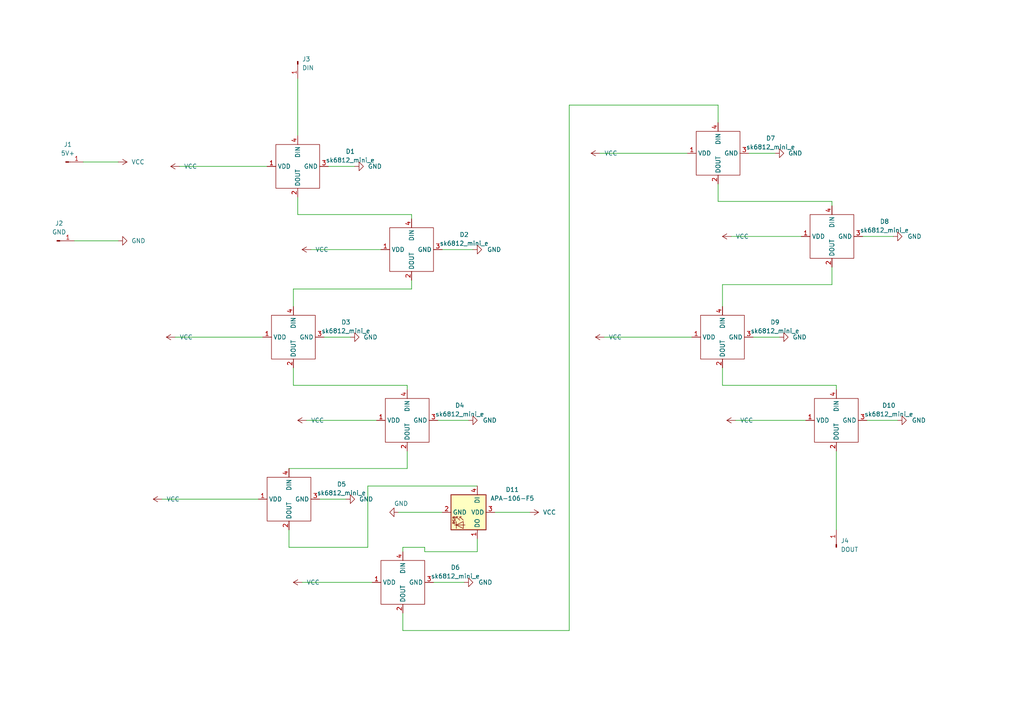
<source format=kicad_sch>
(kicad_sch (version 20211123) (generator eeschema)

  (uuid 31429d32-1bc8-431c-96da-3f0f0660f43c)

  (paper "A4")

  (title_block
    (title "LED Nixie Tube")
    (date "2022-09-18")
    (rev "v01")
    (comment 2 "creativecommons.org/licenses/by/4.0/")
    (comment 3 "License: CC BY 4.0")
    (comment 4 "Author: Desmond Lau")
  )

  (lib_symbols
    (symbol "Connector:Conn_01x01_Male" (pin_names (offset 1.016) hide) (in_bom yes) (on_board yes)
      (property "Reference" "J" (id 0) (at 0 2.54 0)
        (effects (font (size 1.27 1.27)))
      )
      (property "Value" "Conn_01x01_Male" (id 1) (at 0 -2.54 0)
        (effects (font (size 1.27 1.27)))
      )
      (property "Footprint" "" (id 2) (at 0 0 0)
        (effects (font (size 1.27 1.27)) hide)
      )
      (property "Datasheet" "~" (id 3) (at 0 0 0)
        (effects (font (size 1.27 1.27)) hide)
      )
      (property "ki_keywords" "connector" (id 4) (at 0 0 0)
        (effects (font (size 1.27 1.27)) hide)
      )
      (property "ki_description" "Generic connector, single row, 01x01, script generated (kicad-library-utils/schlib/autogen/connector/)" (id 5) (at 0 0 0)
        (effects (font (size 1.27 1.27)) hide)
      )
      (property "ki_fp_filters" "Connector*:*" (id 6) (at 0 0 0)
        (effects (font (size 1.27 1.27)) hide)
      )
      (symbol "Conn_01x01_Male_1_1"
        (polyline
          (pts
            (xy 1.27 0)
            (xy 0.8636 0)
          )
          (stroke (width 0.1524) (type default) (color 0 0 0 0))
          (fill (type none))
        )
        (rectangle (start 0.8636 0.127) (end 0 -0.127)
          (stroke (width 0.1524) (type default) (color 0 0 0 0))
          (fill (type outline))
        )
        (pin passive line (at 5.08 0 180) (length 3.81)
          (name "Pin_1" (effects (font (size 1.27 1.27))))
          (number "1" (effects (font (size 1.27 1.27))))
        )
      )
    )
    (symbol "LED:APA-106-F5" (in_bom yes) (on_board yes)
      (property "Reference" "D" (id 0) (at 5.08 5.715 0)
        (effects (font (size 1.27 1.27)) (justify right bottom))
      )
      (property "Value" "APA-106-F5" (id 1) (at 1.27 -5.715 0)
        (effects (font (size 1.27 1.27)) (justify left top))
      )
      (property "Footprint" "LED_THT:LED_D5.0mm-4_RGB" (id 2) (at 1.27 -7.62 0)
        (effects (font (size 1.27 1.27)) (justify left top) hide)
      )
      (property "Datasheet" "https://cdn.sparkfun.com/datasheets/Components/LED/COM-12877.pdf" (id 3) (at 2.54 -9.525 0)
        (effects (font (size 1.27 1.27)) (justify left top) hide)
      )
      (property "ki_keywords" "RGB LED addressable 8bit pwm 5bit greyscale" (id 4) (at 0 0 0)
        (effects (font (size 1.27 1.27)) hide)
      )
      (property "ki_description" "RGB LED with integrated controller, 5mm Package" (id 5) (at 0 0 0)
        (effects (font (size 1.27 1.27)) hide)
      )
      (property "ki_fp_filters" "LED*D5.0mm*RGB*" (id 6) (at 0 0 0)
        (effects (font (size 1.27 1.27)) hide)
      )
      (symbol "APA-106-F5_0_0"
        (text "RGB" (at 2.286 -4.191 0)
          (effects (font (size 0.762 0.762)))
        )
      )
      (symbol "APA-106-F5_0_1"
        (polyline
          (pts
            (xy 1.27 -3.556)
            (xy 1.778 -3.556)
          )
          (stroke (width 0) (type default) (color 0 0 0 0))
          (fill (type none))
        )
        (polyline
          (pts
            (xy 1.27 -2.54)
            (xy 1.778 -2.54)
          )
          (stroke (width 0) (type default) (color 0 0 0 0))
          (fill (type none))
        )
        (polyline
          (pts
            (xy 4.699 -3.556)
            (xy 2.667 -3.556)
          )
          (stroke (width 0) (type default) (color 0 0 0 0))
          (fill (type none))
        )
        (polyline
          (pts
            (xy 2.286 -2.54)
            (xy 1.27 -3.556)
            (xy 1.27 -3.048)
          )
          (stroke (width 0) (type default) (color 0 0 0 0))
          (fill (type none))
        )
        (polyline
          (pts
            (xy 2.286 -1.524)
            (xy 1.27 -2.54)
            (xy 1.27 -2.032)
          )
          (stroke (width 0) (type default) (color 0 0 0 0))
          (fill (type none))
        )
        (polyline
          (pts
            (xy 3.683 -1.016)
            (xy 3.683 -3.556)
            (xy 3.683 -4.064)
          )
          (stroke (width 0) (type default) (color 0 0 0 0))
          (fill (type none))
        )
        (polyline
          (pts
            (xy 4.699 -1.524)
            (xy 2.667 -1.524)
            (xy 3.683 -3.556)
            (xy 4.699 -1.524)
          )
          (stroke (width 0) (type default) (color 0 0 0 0))
          (fill (type none))
        )
        (rectangle (start 5.08 5.08) (end -5.08 -5.08)
          (stroke (width 0.254) (type default) (color 0 0 0 0))
          (fill (type background))
        )
      )
      (symbol "APA-106-F5_1_1"
        (pin output line (at 7.62 2.54 180) (length 2.54)
          (name "DO" (effects (font (size 1.27 1.27))))
          (number "1" (effects (font (size 1.27 1.27))))
        )
        (pin power_in line (at 0 -7.62 90) (length 2.54)
          (name "GND" (effects (font (size 1.27 1.27))))
          (number "2" (effects (font (size 1.27 1.27))))
        )
        (pin power_in line (at 0 7.62 270) (length 2.54)
          (name "VDD" (effects (font (size 1.27 1.27))))
          (number "3" (effects (font (size 1.27 1.27))))
        )
        (pin input line (at -7.62 2.54 0) (length 2.54)
          (name "DI" (effects (font (size 1.27 1.27))))
          (number "4" (effects (font (size 1.27 1.27))))
        )
      )
    )
    (symbol "power:GND" (power) (pin_names (offset 0)) (in_bom yes) (on_board yes)
      (property "Reference" "#PWR" (id 0) (at 0 -6.35 0)
        (effects (font (size 1.27 1.27)) hide)
      )
      (property "Value" "GND" (id 1) (at 0 -3.81 0)
        (effects (font (size 1.27 1.27)))
      )
      (property "Footprint" "" (id 2) (at 0 0 0)
        (effects (font (size 1.27 1.27)) hide)
      )
      (property "Datasheet" "" (id 3) (at 0 0 0)
        (effects (font (size 1.27 1.27)) hide)
      )
      (property "ki_keywords" "power-flag" (id 4) (at 0 0 0)
        (effects (font (size 1.27 1.27)) hide)
      )
      (property "ki_description" "Power symbol creates a global label with name \"GND\" , ground" (id 5) (at 0 0 0)
        (effects (font (size 1.27 1.27)) hide)
      )
      (symbol "GND_0_1"
        (polyline
          (pts
            (xy 0 0)
            (xy 0 -1.27)
            (xy 1.27 -1.27)
            (xy 0 -2.54)
            (xy -1.27 -1.27)
            (xy 0 -1.27)
          )
          (stroke (width 0) (type default) (color 0 0 0 0))
          (fill (type none))
        )
      )
      (symbol "GND_1_1"
        (pin power_in line (at 0 0 270) (length 0) hide
          (name "GND" (effects (font (size 1.27 1.27))))
          (number "1" (effects (font (size 1.27 1.27))))
        )
      )
    )
    (symbol "power:VCC" (power) (pin_names (offset 0)) (in_bom yes) (on_board yes)
      (property "Reference" "#PWR" (id 0) (at 0 -3.81 0)
        (effects (font (size 1.27 1.27)) hide)
      )
      (property "Value" "VCC" (id 1) (at 0 3.81 0)
        (effects (font (size 1.27 1.27)))
      )
      (property "Footprint" "" (id 2) (at 0 0 0)
        (effects (font (size 1.27 1.27)) hide)
      )
      (property "Datasheet" "" (id 3) (at 0 0 0)
        (effects (font (size 1.27 1.27)) hide)
      )
      (property "ki_keywords" "power-flag" (id 4) (at 0 0 0)
        (effects (font (size 1.27 1.27)) hide)
      )
      (property "ki_description" "Power symbol creates a global label with name \"VCC\"" (id 5) (at 0 0 0)
        (effects (font (size 1.27 1.27)) hide)
      )
      (symbol "VCC_0_1"
        (polyline
          (pts
            (xy -0.762 1.27)
            (xy 0 2.54)
          )
          (stroke (width 0) (type default) (color 0 0 0 0))
          (fill (type none))
        )
        (polyline
          (pts
            (xy 0 0)
            (xy 0 2.54)
          )
          (stroke (width 0) (type default) (color 0 0 0 0))
          (fill (type none))
        )
        (polyline
          (pts
            (xy 0 2.54)
            (xy 0.762 1.27)
          )
          (stroke (width 0) (type default) (color 0 0 0 0))
          (fill (type none))
        )
      )
      (symbol "VCC_1_1"
        (pin power_in line (at 0 0 90) (length 0) hide
          (name "VCC" (effects (font (size 1.27 1.27))))
          (number "1" (effects (font (size 1.27 1.27))))
        )
      )
    )
    (symbol "sk6812_mini_e:sk6812_mini_e" (in_bom yes) (on_board yes)
      (property "Reference" "D" (id 0) (at 10.16 -2.54 0)
        (effects (font (size 1.27 1.27)))
      )
      (property "Value" "sk6812_mini_e" (id 1) (at 25.4 -17.78 0)
        (effects (font (size 1.27 1.27)))
      )
      (property "Footprint" "Keebio-Parts:SK6812-MINI-E" (id 2) (at 0 0 0)
        (effects (font (size 1.27 1.27)) hide)
      )
      (property "Datasheet" "https://cdn-shop.adafruit.com/product-files/4960/4960_SK6812MINI-E_REV02_EN.pdf" (id 3) (at 2.54 10.16 0)
        (effects (font (size 1.27 1.27)) hide)
      )
      (symbol "sk6812_mini_e_0_1"
        (rectangle (start 10.16 -3.81) (end 22.86 -16.51)
          (stroke (width 0) (type default) (color 0 0 0 0))
          (fill (type none))
        )
      )
      (symbol "sk6812_mini_e_1_1"
        (pin power_in line (at 7.62 -10.16 0) (length 2.54)
          (name "VDD" (effects (font (size 1.27 1.27))))
          (number "1" (effects (font (size 1.27 1.27))))
        )
        (pin power_in line (at 16.51 -19.05 90) (length 2.54)
          (name "DOUT" (effects (font (size 1.27 1.27))))
          (number "2" (effects (font (size 1.27 1.27))))
        )
        (pin power_in line (at 25.4 -10.16 180) (length 2.54)
          (name "GND" (effects (font (size 1.27 1.27))))
          (number "3" (effects (font (size 1.27 1.27))))
        )
        (pin power_in line (at 16.51 -1.27 270) (length 2.54)
          (name "DIN" (effects (font (size 1.27 1.27))))
          (number "4" (effects (font (size 1.27 1.27))))
        )
      )
    )
  )


  (wire (pts (xy 119.38 83.82) (xy 85.09 83.82))
    (stroke (width 0) (type default) (color 0 0 0 0))
    (uuid 0012601e-058f-485f-b1b7-9eaa437e53cf)
  )
  (wire (pts (xy 90.17 72.39) (xy 110.49 72.39))
    (stroke (width 0) (type default) (color 0 0 0 0))
    (uuid 031e4b73-1f48-45bf-b4fe-85c1df6ba6e8)
  )
  (wire (pts (xy 241.3 58.42) (xy 241.3 59.69))
    (stroke (width 0) (type default) (color 0 0 0 0))
    (uuid 0393dbc9-dbe2-4ce7-a957-62dbbe371381)
  )
  (wire (pts (xy 21.59 69.85) (xy 34.29 69.85))
    (stroke (width 0) (type default) (color 0 0 0 0))
    (uuid 0a6e4a01-209b-49ce-b42c-8eee0cabc192)
  )
  (wire (pts (xy 115.57 148.59) (xy 128.27 148.59))
    (stroke (width 0) (type default) (color 0 0 0 0))
    (uuid 1122000e-d0d7-4136-bf44-4060ae36c899)
  )
  (wire (pts (xy 165.1 30.48) (xy 208.28 30.48))
    (stroke (width 0) (type default) (color 0 0 0 0))
    (uuid 116b38ed-7d86-4aca-ae95-8713e619feac)
  )
  (wire (pts (xy 250.19 68.58) (xy 259.08 68.58))
    (stroke (width 0) (type default) (color 0 0 0 0))
    (uuid 1512fb67-2f9f-4460-8b57-1bb65ec5ef59)
  )
  (wire (pts (xy 165.1 182.88) (xy 165.1 30.48))
    (stroke (width 0) (type default) (color 0 0 0 0))
    (uuid 17f628ea-a1c2-4cbb-9786-c439783bf6df)
  )
  (wire (pts (xy 52.07 48.26) (xy 77.47 48.26))
    (stroke (width 0) (type default) (color 0 0 0 0))
    (uuid 19627768-060c-42da-9b34-585ac91f0955)
  )
  (wire (pts (xy 118.11 135.89) (xy 83.82 135.89))
    (stroke (width 0) (type default) (color 0 0 0 0))
    (uuid 1e775c5d-1e5d-4780-9572-0583d013d7dc)
  )
  (wire (pts (xy 212.09 68.58) (xy 232.41 68.58))
    (stroke (width 0) (type default) (color 0 0 0 0))
    (uuid 1f7d510a-35f5-4a97-961b-09e96ccc0c1f)
  )
  (wire (pts (xy 116.84 158.75) (xy 116.84 160.02))
    (stroke (width 0) (type default) (color 0 0 0 0))
    (uuid 220036e7-9ee1-4c32-bb6f-12024af3a385)
  )
  (wire (pts (xy 106.68 158.75) (xy 106.68 140.97))
    (stroke (width 0) (type default) (color 0 0 0 0))
    (uuid 24ff1d02-800d-4a82-a7a9-029a5aaeb520)
  )
  (wire (pts (xy 128.27 72.39) (xy 137.16 72.39))
    (stroke (width 0) (type default) (color 0 0 0 0))
    (uuid 27321d6e-a280-44df-bc5f-46e90e948123)
  )
  (wire (pts (xy 118.11 111.76) (xy 118.11 113.03))
    (stroke (width 0) (type default) (color 0 0 0 0))
    (uuid 32d5fd01-8319-4615-a9d1-cf882e63cd1d)
  )
  (wire (pts (xy 173.99 44.45) (xy 199.39 44.45))
    (stroke (width 0) (type default) (color 0 0 0 0))
    (uuid 33cb3c35-9a16-41b4-979d-93051151ec14)
  )
  (wire (pts (xy 209.55 111.76) (xy 242.57 111.76))
    (stroke (width 0) (type default) (color 0 0 0 0))
    (uuid 37d1f90b-cb9a-453e-af64-a85ae3617707)
  )
  (wire (pts (xy 127 121.92) (xy 135.89 121.92))
    (stroke (width 0) (type default) (color 0 0 0 0))
    (uuid 3ea0d131-789a-476a-a116-b85654716789)
  )
  (wire (pts (xy 138.43 160.02) (xy 123.19 160.02))
    (stroke (width 0) (type default) (color 0 0 0 0))
    (uuid 3f44f38a-f7f2-4b8b-939b-fac2f5b6bb7f)
  )
  (wire (pts (xy 242.57 130.81) (xy 242.57 153.67))
    (stroke (width 0) (type default) (color 0 0 0 0))
    (uuid 43ed4998-1d72-4484-b6cc-e58155a5d3f1)
  )
  (wire (pts (xy 86.36 57.15) (xy 86.36 62.23))
    (stroke (width 0) (type default) (color 0 0 0 0))
    (uuid 47b81a71-7f14-4a31-bc7d-b1992a38222f)
  )
  (wire (pts (xy 87.63 168.91) (xy 107.95 168.91))
    (stroke (width 0) (type default) (color 0 0 0 0))
    (uuid 49f7d3c5-5925-4135-b324-cf0eba6d6623)
  )
  (wire (pts (xy 46.99 144.78) (xy 74.93 144.78))
    (stroke (width 0) (type default) (color 0 0 0 0))
    (uuid 503e051b-d0f5-4c4e-90df-fa8f2d1ca48a)
  )
  (wire (pts (xy 119.38 62.23) (xy 119.38 63.5))
    (stroke (width 0) (type default) (color 0 0 0 0))
    (uuid 589e0270-4938-4c16-a2c0-b65b5f5024ba)
  )
  (wire (pts (xy 92.71 144.78) (xy 100.33 144.78))
    (stroke (width 0) (type default) (color 0 0 0 0))
    (uuid 5d23d96d-75cd-4d64-984b-b5542f88f375)
  )
  (wire (pts (xy 24.13 46.99) (xy 34.29 46.99))
    (stroke (width 0) (type default) (color 0 0 0 0))
    (uuid 69bd40c3-b646-4b28-b574-13d1999d2bec)
  )
  (wire (pts (xy 209.55 82.55) (xy 241.3 82.55))
    (stroke (width 0) (type default) (color 0 0 0 0))
    (uuid 6a296789-6977-4112-998c-8545f5407b47)
  )
  (wire (pts (xy 251.46 121.92) (xy 260.35 121.92))
    (stroke (width 0) (type default) (color 0 0 0 0))
    (uuid 71025863-c025-4191-b479-ce2ad8832d39)
  )
  (wire (pts (xy 119.38 81.28) (xy 119.38 83.82))
    (stroke (width 0) (type default) (color 0 0 0 0))
    (uuid 72c5cd1b-1e88-4a0e-97f8-7990d1ae9247)
  )
  (wire (pts (xy 138.43 156.21) (xy 138.43 160.02))
    (stroke (width 0) (type default) (color 0 0 0 0))
    (uuid 77f51a0e-de6d-4fa6-a90f-637090d7a752)
  )
  (wire (pts (xy 85.09 106.68) (xy 85.09 111.76))
    (stroke (width 0) (type default) (color 0 0 0 0))
    (uuid 8349ce2f-7996-4d2e-b327-24f8ff7c73e3)
  )
  (wire (pts (xy 213.36 121.92) (xy 233.68 121.92))
    (stroke (width 0) (type default) (color 0 0 0 0))
    (uuid 85d9ca43-cf82-467c-a48a-8586bbcdee98)
  )
  (wire (pts (xy 85.09 111.76) (xy 118.11 111.76))
    (stroke (width 0) (type default) (color 0 0 0 0))
    (uuid 875ef845-c656-4d96-b873-cc477e75b7fe)
  )
  (wire (pts (xy 175.26 97.79) (xy 200.66 97.79))
    (stroke (width 0) (type default) (color 0 0 0 0))
    (uuid 88b53b51-1090-4119-9d98-01e1aa1ee632)
  )
  (wire (pts (xy 217.17 44.45) (xy 224.79 44.45))
    (stroke (width 0) (type default) (color 0 0 0 0))
    (uuid 8e5340cf-84f5-4ec8-9cc8-408b7d1ed983)
  )
  (wire (pts (xy 106.68 140.97) (xy 138.43 140.97))
    (stroke (width 0) (type default) (color 0 0 0 0))
    (uuid 917297a0-aa20-4ddb-980d-06861f06671c)
  )
  (wire (pts (xy 88.9 121.92) (xy 109.22 121.92))
    (stroke (width 0) (type default) (color 0 0 0 0))
    (uuid 9bd2af64-4d40-4865-ad91-ef828c618c99)
  )
  (wire (pts (xy 123.19 158.75) (xy 116.84 158.75))
    (stroke (width 0) (type default) (color 0 0 0 0))
    (uuid a50e7692-35f1-4fd6-a38b-af7db28aee45)
  )
  (wire (pts (xy 86.36 62.23) (xy 119.38 62.23))
    (stroke (width 0) (type default) (color 0 0 0 0))
    (uuid a686752a-28e5-4a1d-86b3-5b9ab6ed8674)
  )
  (wire (pts (xy 125.73 168.91) (xy 134.62 168.91))
    (stroke (width 0) (type default) (color 0 0 0 0))
    (uuid a95c490d-cfc8-4513-bc80-2c82fcf3bee7)
  )
  (wire (pts (xy 83.82 158.75) (xy 106.68 158.75))
    (stroke (width 0) (type default) (color 0 0 0 0))
    (uuid ad45535b-dab2-433b-af5f-d5aeb0627f0a)
  )
  (wire (pts (xy 208.28 53.34) (xy 208.28 58.42))
    (stroke (width 0) (type default) (color 0 0 0 0))
    (uuid ad5825fb-741c-4323-940f-d595c36824d3)
  )
  (wire (pts (xy 95.25 48.26) (xy 102.87 48.26))
    (stroke (width 0) (type default) (color 0 0 0 0))
    (uuid b55a0a22-3736-4be1-a371-27cb86e3d2cc)
  )
  (wire (pts (xy 242.57 111.76) (xy 242.57 113.03))
    (stroke (width 0) (type default) (color 0 0 0 0))
    (uuid b5b45c61-5efa-4dc9-8825-e8bc5c52acf3)
  )
  (wire (pts (xy 118.11 130.81) (xy 118.11 135.89))
    (stroke (width 0) (type default) (color 0 0 0 0))
    (uuid b73fe40e-e99c-4984-a340-7ecdec56de91)
  )
  (wire (pts (xy 86.36 22.86) (xy 86.36 39.37))
    (stroke (width 0) (type default) (color 0 0 0 0))
    (uuid baef8fbe-1db1-4701-b554-3bd27eff8f9e)
  )
  (wire (pts (xy 209.55 88.9) (xy 209.55 82.55))
    (stroke (width 0) (type default) (color 0 0 0 0))
    (uuid ca9fd80a-39f4-4bd5-bd16-e9e98b019fdf)
  )
  (wire (pts (xy 93.98 97.79) (xy 101.6 97.79))
    (stroke (width 0) (type default) (color 0 0 0 0))
    (uuid cc5296dc-e052-4729-812e-c4a530129462)
  )
  (wire (pts (xy 241.3 82.55) (xy 241.3 77.47))
    (stroke (width 0) (type default) (color 0 0 0 0))
    (uuid cd42eead-e917-4663-9079-16950151d0ff)
  )
  (wire (pts (xy 83.82 153.67) (xy 83.82 158.75))
    (stroke (width 0) (type default) (color 0 0 0 0))
    (uuid d005039e-fad3-4135-9bb8-ba178bb5f4b5)
  )
  (wire (pts (xy 116.84 177.8) (xy 116.84 182.88))
    (stroke (width 0) (type default) (color 0 0 0 0))
    (uuid d35b5694-2cbd-48e6-8fe2-7659b887bc14)
  )
  (wire (pts (xy 209.55 106.68) (xy 209.55 111.76))
    (stroke (width 0) (type default) (color 0 0 0 0))
    (uuid ddb3680d-9b25-4d97-b58a-571f885465fc)
  )
  (wire (pts (xy 208.28 58.42) (xy 241.3 58.42))
    (stroke (width 0) (type default) (color 0 0 0 0))
    (uuid e5623d73-b111-4656-9fd7-07a85ec9e145)
  )
  (wire (pts (xy 123.19 160.02) (xy 123.19 158.75))
    (stroke (width 0) (type default) (color 0 0 0 0))
    (uuid e7e74d4d-23f5-45ee-a5b8-ad3e30c45c57)
  )
  (wire (pts (xy 143.51 148.59) (xy 153.67 148.59))
    (stroke (width 0) (type default) (color 0 0 0 0))
    (uuid ed0a98b7-1431-4254-ac69-0cc47e8e7046)
  )
  (wire (pts (xy 208.28 30.48) (xy 208.28 35.56))
    (stroke (width 0) (type default) (color 0 0 0 0))
    (uuid ef1135b8-45ee-48a6-99b0-0e135d1dd88e)
  )
  (wire (pts (xy 85.09 83.82) (xy 85.09 88.9))
    (stroke (width 0) (type default) (color 0 0 0 0))
    (uuid f2409200-af08-4fc3-a33d-eb43e8eecd11)
  )
  (wire (pts (xy 116.84 182.88) (xy 165.1 182.88))
    (stroke (width 0) (type default) (color 0 0 0 0))
    (uuid f4c18992-9419-4eeb-bff7-c91a3397c9b9)
  )
  (wire (pts (xy 218.44 97.79) (xy 226.06 97.79))
    (stroke (width 0) (type default) (color 0 0 0 0))
    (uuid f5a7f08f-d391-48a1-bf30-b24e430f4b88)
  )
  (wire (pts (xy 50.8 97.79) (xy 76.2 97.79))
    (stroke (width 0) (type default) (color 0 0 0 0))
    (uuid ffde6c5e-d552-4e6a-8700-d8d8bd7abc62)
  )

  (symbol (lib_id "power:VCC") (at 213.36 121.92 90) (unit 1)
    (in_bom yes) (on_board yes) (fields_autoplaced)
    (uuid 0107134c-ca85-49a0-8453-642c6d1c4d9e)
    (property "Reference" "#PWR026" (id 0) (at 217.17 121.92 0)
      (effects (font (size 1.27 1.27)) hide)
    )
    (property "Value" "VCC" (id 1) (at 214.63 121.9199 90)
      (effects (font (size 1.27 1.27)) (justify right))
    )
    (property "Footprint" "" (id 2) (at 213.36 121.92 0)
      (effects (font (size 1.27 1.27)) hide)
    )
    (property "Datasheet" "" (id 3) (at 213.36 121.92 0)
      (effects (font (size 1.27 1.27)) hide)
    )
    (pin "1" (uuid 005ff834-e8be-4549-bdee-864676b63e1e))
  )

  (symbol (lib_id "Connector:Conn_01x01_Male") (at 16.51 69.85 0) (unit 1)
    (in_bom yes) (on_board yes) (fields_autoplaced)
    (uuid 06d1a8cb-1970-4efa-b564-9cd6a6a0ddf1)
    (property "Reference" "J2" (id 0) (at 17.145 64.77 0))
    (property "Value" "GND" (id 1) (at 17.145 67.31 0))
    (property "Footprint" "Connector_PinHeader_2.54mm:PinHeader_1x01_P2.54mm_Vertical" (id 2) (at 16.51 69.85 0)
      (effects (font (size 1.27 1.27)) hide)
    )
    (property "Datasheet" "~" (id 3) (at 16.51 69.85 0)
      (effects (font (size 1.27 1.27)) hide)
    )
    (pin "1" (uuid 88219acd-215f-498b-b204-3376c1752a1d))
  )

  (symbol (lib_id "power:VCC") (at 212.09 68.58 90) (unit 1)
    (in_bom yes) (on_board yes) (fields_autoplaced)
    (uuid 0affa8c3-9507-4dde-870e-1561b02e55ae)
    (property "Reference" "#PWR025" (id 0) (at 215.9 68.58 0)
      (effects (font (size 1.27 1.27)) hide)
    )
    (property "Value" "VCC" (id 1) (at 213.36 68.5799 90)
      (effects (font (size 1.27 1.27)) (justify right))
    )
    (property "Footprint" "" (id 2) (at 212.09 68.58 0)
      (effects (font (size 1.27 1.27)) hide)
    )
    (property "Datasheet" "" (id 3) (at 212.09 68.58 0)
      (effects (font (size 1.27 1.27)) hide)
    )
    (pin "1" (uuid c0649603-212e-4f84-9173-05a43ab89632))
  )

  (symbol (lib_id "power:GND") (at 226.06 97.79 90) (unit 1)
    (in_bom yes) (on_board yes) (fields_autoplaced)
    (uuid 0d6861b9-d32b-40f0-9337-8d046c53b4e2)
    (property "Reference" "#PWR029" (id 0) (at 232.41 97.79 0)
      (effects (font (size 1.27 1.27)) hide)
    )
    (property "Value" "GND" (id 1) (at 229.87 97.7899 90)
      (effects (font (size 1.27 1.27)) (justify right))
    )
    (property "Footprint" "" (id 2) (at 226.06 97.79 0)
      (effects (font (size 1.27 1.27)) hide)
    )
    (property "Datasheet" "" (id 3) (at 226.06 97.79 0)
      (effects (font (size 1.27 1.27)) hide)
    )
    (pin "1" (uuid fdfa7b43-8e81-40c1-a2b2-fa256b246235))
  )

  (symbol (lib_id "power:GND") (at 115.57 148.59 270) (unit 1)
    (in_bom yes) (on_board yes)
    (uuid 111cfaf1-11ce-4b27-83d7-d5603221c7a6)
    (property "Reference" "#PWR0101" (id 0) (at 109.22 148.59 0)
      (effects (font (size 1.27 1.27)) hide)
    )
    (property "Value" "GND" (id 1) (at 114.3 146.05 90)
      (effects (font (size 1.27 1.27)) (justify left))
    )
    (property "Footprint" "" (id 2) (at 115.57 148.59 0)
      (effects (font (size 1.27 1.27)) hide)
    )
    (property "Datasheet" "" (id 3) (at 115.57 148.59 0)
      (effects (font (size 1.27 1.27)) hide)
    )
    (pin "1" (uuid b117d5ab-e0e0-4e2c-aeca-c8e1c0647199))
  )

  (symbol (lib_id "power:VCC") (at 153.67 148.59 270) (unit 1)
    (in_bom yes) (on_board yes)
    (uuid 12a3501a-9f92-4b62-9152-e719702b815b)
    (property "Reference" "#PWR0102" (id 0) (at 149.86 148.59 0)
      (effects (font (size 1.27 1.27)) hide)
    )
    (property "Value" "VCC" (id 1) (at 161.29 148.59 90)
      (effects (font (size 1.27 1.27)) (justify right))
    )
    (property "Footprint" "" (id 2) (at 153.67 148.59 0)
      (effects (font (size 1.27 1.27)) hide)
    )
    (property "Datasheet" "" (id 3) (at 153.67 148.59 0)
      (effects (font (size 1.27 1.27)) hide)
    )
    (pin "1" (uuid efd34891-296e-4354-bc98-1b36213ced4b))
  )

  (symbol (lib_id "power:GND") (at 137.16 72.39 90) (unit 1)
    (in_bom yes) (on_board yes) (fields_autoplaced)
    (uuid 1449e0d8-2cf2-43c1-9a48-51098d888062)
    (property "Reference" "#PWR020" (id 0) (at 143.51 72.39 0)
      (effects (font (size 1.27 1.27)) hide)
    )
    (property "Value" "GND" (id 1) (at 141.2679 72.3899 90)
      (effects (font (size 1.27 1.27)) (justify right))
    )
    (property "Footprint" "" (id 2) (at 137.16 72.39 0)
      (effects (font (size 1.27 1.27)) hide)
    )
    (property "Datasheet" "" (id 3) (at 137.16 72.39 0)
      (effects (font (size 1.27 1.27)) hide)
    )
    (pin "1" (uuid 73e8d9ac-8882-4eab-a365-bcc2f2c3ab5c))
  )

  (symbol (lib_id "power:GND") (at 259.08 68.58 90) (unit 1)
    (in_bom yes) (on_board yes) (fields_autoplaced)
    (uuid 144e149c-ab93-439a-af5e-e22afb7dd196)
    (property "Reference" "#PWR033" (id 0) (at 265.43 68.58 0)
      (effects (font (size 1.27 1.27)) hide)
    )
    (property "Value" "GND" (id 1) (at 263.1879 68.5799 90)
      (effects (font (size 1.27 1.27)) (justify right))
    )
    (property "Footprint" "" (id 2) (at 259.08 68.58 0)
      (effects (font (size 1.27 1.27)) hide)
    )
    (property "Datasheet" "" (id 3) (at 259.08 68.58 0)
      (effects (font (size 1.27 1.27)) hide)
    )
    (pin "1" (uuid 02d51186-fa07-4a5a-96f0-041675d25f2f))
  )

  (symbol (lib_id "power:GND") (at 100.33 144.78 90) (unit 1)
    (in_bom yes) (on_board yes) (fields_autoplaced)
    (uuid 2ef2024c-e926-4a41-bbd1-2a5a00f6fafe)
    (property "Reference" "#PWR012" (id 0) (at 106.68 144.78 0)
      (effects (font (size 1.27 1.27)) hide)
    )
    (property "Value" "GND" (id 1) (at 104.14 144.7799 90)
      (effects (font (size 1.27 1.27)) (justify right))
    )
    (property "Footprint" "" (id 2) (at 100.33 144.78 0)
      (effects (font (size 1.27 1.27)) hide)
    )
    (property "Datasheet" "" (id 3) (at 100.33 144.78 0)
      (effects (font (size 1.27 1.27)) hide)
    )
    (pin "1" (uuid 4967d238-f796-495d-bb5d-d84a65fa43a0))
  )

  (symbol (lib_id "sk6812_mini_e:sk6812_mini_e") (at 102.87 62.23 0) (unit 1)
    (in_bom yes) (on_board yes) (fields_autoplaced)
    (uuid 30262e9a-db73-48f6-9a1b-a06e5492a36b)
    (property "Reference" "D2" (id 0) (at 134.62 68.0593 0))
    (property "Value" "sk6812_mini_e" (id 1) (at 134.62 70.5993 0))
    (property "Footprint" "Keebio-Parts:SK6812-MINI-E" (id 2) (at 102.87 62.23 0)
      (effects (font (size 1.27 1.27)) hide)
    )
    (property "Datasheet" "https://cdn-shop.adafruit.com/product-files/4960/4960_SK6812MINI-E_REV02_EN.pdf" (id 3) (at 105.41 52.07 0)
      (effects (font (size 1.27 1.27)) hide)
    )
    (pin "1" (uuid 2337438e-1488-4add-879d-7dac45483405))
    (pin "2" (uuid e5574123-bcce-4952-88d9-d4d7ff61410d))
    (pin "3" (uuid dfbdc1c1-20f0-4fff-a4bf-385c646ce136))
    (pin "4" (uuid 6f132c50-15a3-430b-a79a-c2b1eb1e357a))
  )

  (symbol (lib_id "Connector:Conn_01x01_Male") (at 86.36 17.78 270) (unit 1)
    (in_bom yes) (on_board yes) (fields_autoplaced)
    (uuid 4e699727-325f-4ec7-bed2-0c3d59180094)
    (property "Reference" "J3" (id 0) (at 87.63 17.1449 90)
      (effects (font (size 1.27 1.27)) (justify left))
    )
    (property "Value" "DIN" (id 1) (at 87.63 19.6849 90)
      (effects (font (size 1.27 1.27)) (justify left))
    )
    (property "Footprint" "Connector_PinHeader_2.54mm:PinHeader_1x01_P2.54mm_Vertical" (id 2) (at 86.36 17.78 0)
      (effects (font (size 1.27 1.27)) hide)
    )
    (property "Datasheet" "~" (id 3) (at 86.36 17.78 0)
      (effects (font (size 1.27 1.27)) hide)
    )
    (pin "1" (uuid 769069d9-a624-41f9-a9a2-781408001c0d))
  )

  (symbol (lib_id "power:VCC") (at 173.99 44.45 90) (unit 1)
    (in_bom yes) (on_board yes) (fields_autoplaced)
    (uuid 512d86b3-5312-4aff-b54c-73031f0a821b)
    (property "Reference" "#PWR021" (id 0) (at 177.8 44.45 0)
      (effects (font (size 1.27 1.27)) hide)
    )
    (property "Value" "VCC" (id 1) (at 175.26 44.4499 90)
      (effects (font (size 1.27 1.27)) (justify right))
    )
    (property "Footprint" "" (id 2) (at 173.99 44.45 0)
      (effects (font (size 1.27 1.27)) hide)
    )
    (property "Datasheet" "" (id 3) (at 173.99 44.45 0)
      (effects (font (size 1.27 1.27)) hide)
    )
    (pin "1" (uuid bc77eefc-9d8d-484f-971b-7d0094246b7c))
  )

  (symbol (lib_id "sk6812_mini_e:sk6812_mini_e") (at 100.33 158.75 0) (unit 1)
    (in_bom yes) (on_board yes) (fields_autoplaced)
    (uuid 5ff7101f-e07f-4a28-b9f8-687fb5e60946)
    (property "Reference" "D6" (id 0) (at 132.08 164.5793 0))
    (property "Value" "sk6812_mini_e" (id 1) (at 132.08 167.1193 0))
    (property "Footprint" "Keebio-Parts:SK6812-MINI-E" (id 2) (at 100.33 158.75 0)
      (effects (font (size 1.27 1.27)) hide)
    )
    (property "Datasheet" "https://cdn-shop.adafruit.com/product-files/4960/4960_SK6812MINI-E_REV02_EN.pdf" (id 3) (at 102.87 148.59 0)
      (effects (font (size 1.27 1.27)) hide)
    )
    (pin "1" (uuid 4613d057-a26b-4965-896b-1a16982a4566))
    (pin "2" (uuid 834d827a-1496-47f5-a3d5-4af89711cdbf))
    (pin "3" (uuid bdd07db7-a0f1-409e-9111-94ced8956e7c))
    (pin "4" (uuid b5bef94f-02da-49b0-8bef-2172675d8281))
  )

  (symbol (lib_id "sk6812_mini_e:sk6812_mini_e") (at 191.77 34.29 0) (unit 1)
    (in_bom yes) (on_board yes) (fields_autoplaced)
    (uuid 7fb5d73a-d0d1-428c-8b55-995c8089c33e)
    (property "Reference" "D7" (id 0) (at 223.52 40.1193 0))
    (property "Value" "sk6812_mini_e" (id 1) (at 223.52 42.6593 0))
    (property "Footprint" "Keebio-Parts:SK6812-MINI-E" (id 2) (at 191.77 34.29 0)
      (effects (font (size 1.27 1.27)) hide)
    )
    (property "Datasheet" "https://cdn-shop.adafruit.com/product-files/4960/4960_SK6812MINI-E_REV02_EN.pdf" (id 3) (at 194.31 24.13 0)
      (effects (font (size 1.27 1.27)) hide)
    )
    (pin "1" (uuid 18128795-9952-4e5e-bdbf-7fd7d77af3a5))
    (pin "2" (uuid 1080379b-8a49-4fed-904c-bdf365925cc4))
    (pin "3" (uuid b14005d5-5ae3-463c-a2d5-5d1345199579))
    (pin "4" (uuid de3ddd2d-12bd-4094-b464-099ea906c195))
  )

  (symbol (lib_id "power:VCC") (at 50.8 97.79 90) (unit 1)
    (in_bom yes) (on_board yes) (fields_autoplaced)
    (uuid 83e41fec-8d0f-4667-bf76-0b33af1e9f99)
    (property "Reference" "#PWR04" (id 0) (at 54.61 97.79 0)
      (effects (font (size 1.27 1.27)) hide)
    )
    (property "Value" "VCC" (id 1) (at 52.07 97.7899 90)
      (effects (font (size 1.27 1.27)) (justify right))
    )
    (property "Footprint" "" (id 2) (at 50.8 97.79 0)
      (effects (font (size 1.27 1.27)) hide)
    )
    (property "Datasheet" "" (id 3) (at 50.8 97.79 0)
      (effects (font (size 1.27 1.27)) hide)
    )
    (pin "1" (uuid 41fa65bb-61ea-4424-903b-5aa3db0ccf5e))
  )

  (symbol (lib_id "power:VCC") (at 90.17 72.39 90) (unit 1)
    (in_bom yes) (on_board yes) (fields_autoplaced)
    (uuid 88a32c89-f2c1-4b87-9049-66a16c6a4333)
    (property "Reference" "#PWR011" (id 0) (at 93.98 72.39 0)
      (effects (font (size 1.27 1.27)) hide)
    )
    (property "Value" "VCC" (id 1) (at 91.44 72.3899 90)
      (effects (font (size 1.27 1.27)) (justify right))
    )
    (property "Footprint" "" (id 2) (at 90.17 72.39 0)
      (effects (font (size 1.27 1.27)) hide)
    )
    (property "Datasheet" "" (id 3) (at 90.17 72.39 0)
      (effects (font (size 1.27 1.27)) hide)
    )
    (pin "1" (uuid 6f2ff5f7-29dd-4233-8fa4-0b39d56479f2))
  )

  (symbol (lib_id "power:VCC") (at 88.9 121.92 90) (unit 1)
    (in_bom yes) (on_board yes) (fields_autoplaced)
    (uuid 8de245a2-f3e4-452d-94ea-55190df608c8)
    (property "Reference" "#PWR010" (id 0) (at 92.71 121.92 0)
      (effects (font (size 1.27 1.27)) hide)
    )
    (property "Value" "VCC" (id 1) (at 90.17 121.9199 90)
      (effects (font (size 1.27 1.27)) (justify right))
    )
    (property "Footprint" "" (id 2) (at 88.9 121.92 0)
      (effects (font (size 1.27 1.27)) hide)
    )
    (property "Datasheet" "" (id 3) (at 88.9 121.92 0)
      (effects (font (size 1.27 1.27)) hide)
    )
    (pin "1" (uuid 22ed1509-9005-4d36-b3a5-03f1f5c9f90e))
  )

  (symbol (lib_id "sk6812_mini_e:sk6812_mini_e") (at 101.6 111.76 0) (unit 1)
    (in_bom yes) (on_board yes) (fields_autoplaced)
    (uuid 94ef1441-bfac-410f-8c21-168f7b45b809)
    (property "Reference" "D4" (id 0) (at 133.35 117.5893 0))
    (property "Value" "sk6812_mini_e" (id 1) (at 133.35 120.1293 0))
    (property "Footprint" "Keebio-Parts:SK6812-MINI-E" (id 2) (at 101.6 111.76 0)
      (effects (font (size 1.27 1.27)) hide)
    )
    (property "Datasheet" "https://cdn-shop.adafruit.com/product-files/4960/4960_SK6812MINI-E_REV02_EN.pdf" (id 3) (at 104.14 101.6 0)
      (effects (font (size 1.27 1.27)) hide)
    )
    (pin "1" (uuid a2324643-e7ed-4626-bce0-b709cbf77caa))
    (pin "2" (uuid ceae7f81-1a0e-4635-b4f6-dd983cc8dd56))
    (pin "3" (uuid f0669eef-9281-43e0-b6d6-3d970c92951c))
    (pin "4" (uuid ec8b3a03-6996-4c49-825d-e0af281f2772))
  )

  (symbol (lib_id "sk6812_mini_e:sk6812_mini_e") (at 224.79 58.42 0) (unit 1)
    (in_bom yes) (on_board yes) (fields_autoplaced)
    (uuid 9992a85e-4185-4c60-afdd-8e6d095eec57)
    (property "Reference" "D8" (id 0) (at 256.54 64.2493 0))
    (property "Value" "sk6812_mini_e" (id 1) (at 256.54 66.7893 0))
    (property "Footprint" "Keebio-Parts:SK6812-MINI-E" (id 2) (at 224.79 58.42 0)
      (effects (font (size 1.27 1.27)) hide)
    )
    (property "Datasheet" "https://cdn-shop.adafruit.com/product-files/4960/4960_SK6812MINI-E_REV02_EN.pdf" (id 3) (at 227.33 48.26 0)
      (effects (font (size 1.27 1.27)) hide)
    )
    (pin "1" (uuid 63ca2657-d9b0-416f-b701-55ef1ae2a2e9))
    (pin "2" (uuid 7ef3f774-3d78-44df-882f-87b286ec78e9))
    (pin "3" (uuid 0c9d02c2-4ad9-4e14-81c9-193ab2cd6f65))
    (pin "4" (uuid ef0e3dbe-5782-496d-a1a6-dbd1a8fd647e))
  )

  (symbol (lib_id "power:GND") (at 135.89 121.92 90) (unit 1)
    (in_bom yes) (on_board yes) (fields_autoplaced)
    (uuid a88e801a-c288-417d-b7ca-489316e4b81e)
    (property "Reference" "#PWR019" (id 0) (at 142.24 121.92 0)
      (effects (font (size 1.27 1.27)) hide)
    )
    (property "Value" "GND" (id 1) (at 139.9979 121.9199 90)
      (effects (font (size 1.27 1.27)) (justify right))
    )
    (property "Footprint" "" (id 2) (at 135.89 121.92 0)
      (effects (font (size 1.27 1.27)) hide)
    )
    (property "Datasheet" "" (id 3) (at 135.89 121.92 0)
      (effects (font (size 1.27 1.27)) hide)
    )
    (pin "1" (uuid bcb111e5-fea0-428f-a4c0-beb2b4b76a39))
  )

  (symbol (lib_id "power:VCC") (at 46.99 144.78 90) (unit 1)
    (in_bom yes) (on_board yes) (fields_autoplaced)
    (uuid ad9939a3-fbfb-4863-8148-09a4dfddb510)
    (property "Reference" "#PWR03" (id 0) (at 50.8 144.78 0)
      (effects (font (size 1.27 1.27)) hide)
    )
    (property "Value" "VCC" (id 1) (at 48.26 144.7799 90)
      (effects (font (size 1.27 1.27)) (justify right))
    )
    (property "Footprint" "" (id 2) (at 46.99 144.78 0)
      (effects (font (size 1.27 1.27)) hide)
    )
    (property "Datasheet" "" (id 3) (at 46.99 144.78 0)
      (effects (font (size 1.27 1.27)) hide)
    )
    (pin "1" (uuid 2403d1cc-0159-4d64-9dd3-dab4f5cb2aae))
  )

  (symbol (lib_id "sk6812_mini_e:sk6812_mini_e") (at 226.06 111.76 0) (unit 1)
    (in_bom yes) (on_board yes) (fields_autoplaced)
    (uuid b5ef16bd-804d-4256-8b7d-8dd2a7594e60)
    (property "Reference" "D10" (id 0) (at 257.81 117.5893 0))
    (property "Value" "sk6812_mini_e" (id 1) (at 257.81 120.1293 0))
    (property "Footprint" "Keebio-Parts:SK6812-MINI-E" (id 2) (at 226.06 111.76 0)
      (effects (font (size 1.27 1.27)) hide)
    )
    (property "Datasheet" "https://cdn-shop.adafruit.com/product-files/4960/4960_SK6812MINI-E_REV02_EN.pdf" (id 3) (at 228.6 101.6 0)
      (effects (font (size 1.27 1.27)) hide)
    )
    (pin "1" (uuid 7f2d37b4-6834-4720-ac34-db86f634476a))
    (pin "2" (uuid ec5ceb2a-0d04-47cf-bcfd-bcde8e03d279))
    (pin "3" (uuid 0871d024-4fa7-47a9-9bba-7f8699e5be5c))
    (pin "4" (uuid 4afefbe8-c432-45bd-98fe-7ea05e60b637))
  )

  (symbol (lib_id "sk6812_mini_e:sk6812_mini_e") (at 193.04 87.63 0) (unit 1)
    (in_bom yes) (on_board yes) (fields_autoplaced)
    (uuid ba4f5ea1-0763-4ef1-8d13-995b67c49ae3)
    (property "Reference" "D9" (id 0) (at 224.79 93.4593 0))
    (property "Value" "sk6812_mini_e" (id 1) (at 224.79 95.9993 0))
    (property "Footprint" "Keebio-Parts:SK6812-MINI-E" (id 2) (at 193.04 87.63 0)
      (effects (font (size 1.27 1.27)) hide)
    )
    (property "Datasheet" "https://cdn-shop.adafruit.com/product-files/4960/4960_SK6812MINI-E_REV02_EN.pdf" (id 3) (at 195.58 77.47 0)
      (effects (font (size 1.27 1.27)) hide)
    )
    (pin "1" (uuid 8141d448-429a-4fd5-83c6-e56ea05e20c4))
    (pin "2" (uuid 4d411bcc-f54e-40c2-a866-740ab43ea8d2))
    (pin "3" (uuid e51fbbaf-4091-404b-aeb8-1ccc68d2d107))
    (pin "4" (uuid 011ff262-528e-408d-8929-608ce4ab8c1c))
  )

  (symbol (lib_id "power:VCC") (at 87.63 168.91 90) (unit 1)
    (in_bom yes) (on_board yes) (fields_autoplaced)
    (uuid bf3b367d-3c99-4b04-bf50-15da8c354c0a)
    (property "Reference" "#PWR09" (id 0) (at 91.44 168.91 0)
      (effects (font (size 1.27 1.27)) hide)
    )
    (property "Value" "VCC" (id 1) (at 88.9 168.9099 90)
      (effects (font (size 1.27 1.27)) (justify right))
    )
    (property "Footprint" "" (id 2) (at 87.63 168.91 0)
      (effects (font (size 1.27 1.27)) hide)
    )
    (property "Datasheet" "" (id 3) (at 87.63 168.91 0)
      (effects (font (size 1.27 1.27)) hide)
    )
    (pin "1" (uuid ccfe35eb-0862-4ed4-b58c-cdb459b88967))
  )

  (symbol (lib_id "power:VCC") (at 52.07 48.26 90) (unit 1)
    (in_bom yes) (on_board yes) (fields_autoplaced)
    (uuid c219a3dd-d50f-40b5-b3c2-1c62ebddfc03)
    (property "Reference" "#PWR05" (id 0) (at 55.88 48.26 0)
      (effects (font (size 1.27 1.27)) hide)
    )
    (property "Value" "VCC" (id 1) (at 53.34 48.2599 90)
      (effects (font (size 1.27 1.27)) (justify right))
    )
    (property "Footprint" "" (id 2) (at 52.07 48.26 0)
      (effects (font (size 1.27 1.27)) hide)
    )
    (property "Datasheet" "" (id 3) (at 52.07 48.26 0)
      (effects (font (size 1.27 1.27)) hide)
    )
    (pin "1" (uuid c8e1d030-a692-46b5-a372-9d4c62f1116f))
  )

  (symbol (lib_id "LED:APA-106-F5") (at 135.89 148.59 270) (unit 1)
    (in_bom yes) (on_board yes) (fields_autoplaced)
    (uuid ccc424d6-eb63-45a4-a241-fd9ec3788104)
    (property "Reference" "D11" (id 0) (at 148.59 142.0112 90))
    (property "Value" "APA-106-F5" (id 1) (at 148.59 144.5512 90))
    (property "Footprint" "LED_THT:LED_D5.0mm-4_RGB" (id 2) (at 128.27 149.86 0)
      (effects (font (size 1.27 1.27)) (justify left top) hide)
    )
    (property "Datasheet" "https://cdn.sparkfun.com/datasheets/Components/LED/COM-12877.pdf" (id 3) (at 126.365 151.13 0)
      (effects (font (size 1.27 1.27)) (justify left top) hide)
    )
    (pin "1" (uuid 750f5ab7-0670-48da-aa8d-244deebb7d90))
    (pin "2" (uuid 00434696-e231-4ed3-8267-45ee8b263428))
    (pin "3" (uuid 5ad2a762-2769-41d7-b233-58e751f04e8e))
    (pin "4" (uuid 122d1d77-9144-4158-a548-ce4271721058))
  )

  (symbol (lib_id "power:GND") (at 34.29 69.85 90) (unit 1)
    (in_bom yes) (on_board yes) (fields_autoplaced)
    (uuid ce619912-e4f9-4451-b23c-8b461dec0b0c)
    (property "Reference" "#PWR02" (id 0) (at 40.64 69.85 0)
      (effects (font (size 1.27 1.27)) hide)
    )
    (property "Value" "GND" (id 1) (at 38.1 69.8499 90)
      (effects (font (size 1.27 1.27)) (justify right))
    )
    (property "Footprint" "" (id 2) (at 34.29 69.85 0)
      (effects (font (size 1.27 1.27)) hide)
    )
    (property "Datasheet" "" (id 3) (at 34.29 69.85 0)
      (effects (font (size 1.27 1.27)) hide)
    )
    (pin "1" (uuid a27f89ed-7b3e-4113-837c-f4dc477e2dd2))
  )

  (symbol (lib_id "power:GND") (at 260.35 121.92 90) (unit 1)
    (in_bom yes) (on_board yes) (fields_autoplaced)
    (uuid d46265e8-bad1-4988-b531-e6d1cd8576fd)
    (property "Reference" "#PWR034" (id 0) (at 266.7 121.92 0)
      (effects (font (size 1.27 1.27)) hide)
    )
    (property "Value" "GND" (id 1) (at 264.4579 121.9199 90)
      (effects (font (size 1.27 1.27)) (justify right))
    )
    (property "Footprint" "" (id 2) (at 260.35 121.92 0)
      (effects (font (size 1.27 1.27)) hide)
    )
    (property "Datasheet" "" (id 3) (at 260.35 121.92 0)
      (effects (font (size 1.27 1.27)) hide)
    )
    (pin "1" (uuid bddb449d-e323-4ac5-820c-fa903d5d1474))
  )

  (symbol (lib_id "Connector:Conn_01x01_Male") (at 19.05 46.99 0) (unit 1)
    (in_bom yes) (on_board yes) (fields_autoplaced)
    (uuid d62f452e-6280-41c4-abd7-a81fbcdf0ad8)
    (property "Reference" "J1" (id 0) (at 19.685 41.91 0))
    (property "Value" "5V+" (id 1) (at 19.685 44.45 0))
    (property "Footprint" "Connector_PinHeader_2.54mm:PinHeader_1x01_P2.54mm_Vertical" (id 2) (at 19.05 46.99 0)
      (effects (font (size 1.27 1.27)) hide)
    )
    (property "Datasheet" "~" (id 3) (at 19.05 46.99 0)
      (effects (font (size 1.27 1.27)) hide)
    )
    (pin "1" (uuid 69bc337d-eefc-4f81-ba72-17dca6d68c1f))
  )

  (symbol (lib_id "power:GND") (at 134.62 168.91 90) (unit 1)
    (in_bom yes) (on_board yes) (fields_autoplaced)
    (uuid db51746e-493b-460d-ba15-1c7a355a5c4f)
    (property "Reference" "#PWR018" (id 0) (at 140.97 168.91 0)
      (effects (font (size 1.27 1.27)) hide)
    )
    (property "Value" "GND" (id 1) (at 138.7279 168.9099 90)
      (effects (font (size 1.27 1.27)) (justify right))
    )
    (property "Footprint" "" (id 2) (at 134.62 168.91 0)
      (effects (font (size 1.27 1.27)) hide)
    )
    (property "Datasheet" "" (id 3) (at 134.62 168.91 0)
      (effects (font (size 1.27 1.27)) hide)
    )
    (pin "1" (uuid 09813621-2ccd-4db2-a3b9-3b768c8a47a8))
  )

  (symbol (lib_id "power:VCC") (at 175.26 97.79 90) (unit 1)
    (in_bom yes) (on_board yes) (fields_autoplaced)
    (uuid ddeb6c70-22c2-45a3-808b-ac458261afc1)
    (property "Reference" "#PWR022" (id 0) (at 179.07 97.79 0)
      (effects (font (size 1.27 1.27)) hide)
    )
    (property "Value" "VCC" (id 1) (at 176.53 97.7899 90)
      (effects (font (size 1.27 1.27)) (justify right))
    )
    (property "Footprint" "" (id 2) (at 175.26 97.79 0)
      (effects (font (size 1.27 1.27)) hide)
    )
    (property "Datasheet" "" (id 3) (at 175.26 97.79 0)
      (effects (font (size 1.27 1.27)) hide)
    )
    (pin "1" (uuid 4c2b4992-cfe6-424b-855f-da697debb90d))
  )

  (symbol (lib_id "sk6812_mini_e:sk6812_mini_e") (at 68.58 87.63 0) (unit 1)
    (in_bom yes) (on_board yes) (fields_autoplaced)
    (uuid e06051db-0dba-409e-a4d0-7d2681410469)
    (property "Reference" "D3" (id 0) (at 100.33 93.4593 0))
    (property "Value" "sk6812_mini_e" (id 1) (at 100.33 95.9993 0))
    (property "Footprint" "Keebio-Parts:SK6812-MINI-E" (id 2) (at 68.58 87.63 0)
      (effects (font (size 1.27 1.27)) hide)
    )
    (property "Datasheet" "https://cdn-shop.adafruit.com/product-files/4960/4960_SK6812MINI-E_REV02_EN.pdf" (id 3) (at 71.12 77.47 0)
      (effects (font (size 1.27 1.27)) hide)
    )
    (pin "1" (uuid 174250d7-c5c5-4919-8195-125edcfeec12))
    (pin "2" (uuid 0b538097-6542-4c06-a445-14bd033df4ad))
    (pin "3" (uuid cc58b69e-a6e8-4b7f-a7b4-cccbcb747db0))
    (pin "4" (uuid 915d290c-2760-4a19-85cb-76ac5447788a))
  )

  (symbol (lib_id "sk6812_mini_e:sk6812_mini_e") (at 69.85 38.1 0) (unit 1)
    (in_bom yes) (on_board yes) (fields_autoplaced)
    (uuid e0d0362f-3bbb-4d63-9a10-46630d3efd93)
    (property "Reference" "D1" (id 0) (at 101.6 43.9293 0))
    (property "Value" "sk6812_mini_e" (id 1) (at 101.6 46.4693 0))
    (property "Footprint" "Keebio-Parts:SK6812-MINI-E" (id 2) (at 69.85 38.1 0)
      (effects (font (size 1.27 1.27)) hide)
    )
    (property "Datasheet" "https://cdn-shop.adafruit.com/product-files/4960/4960_SK6812MINI-E_REV02_EN.pdf" (id 3) (at 72.39 27.94 0)
      (effects (font (size 1.27 1.27)) hide)
    )
    (pin "1" (uuid 154b88ef-48e3-4ec7-8f70-e326bae3da6f))
    (pin "2" (uuid f4fc260b-dcf9-45a0-a7d2-94ef36b947b5))
    (pin "3" (uuid 39522016-c12b-4c5b-9c35-81ced2de3070))
    (pin "4" (uuid 6231311f-2683-4c76-b47e-6321349fddf8))
  )

  (symbol (lib_id "Connector:Conn_01x01_Male") (at 242.57 158.75 90) (unit 1)
    (in_bom yes) (on_board yes)
    (uuid ebc4dd18-45ac-4db2-ba1b-3556d92a550a)
    (property "Reference" "J4" (id 0) (at 243.84 156.8449 90)
      (effects (font (size 1.27 1.27)) (justify right))
    )
    (property "Value" "DOUT" (id 1) (at 243.84 159.3849 90)
      (effects (font (size 1.27 1.27)) (justify right))
    )
    (property "Footprint" "Connector_PinHeader_2.54mm:PinHeader_1x01_P2.54mm_Vertical" (id 2) (at 242.57 158.75 0)
      (effects (font (size 1.27 1.27)) hide)
    )
    (property "Datasheet" "~" (id 3) (at 242.57 158.75 0)
      (effects (font (size 1.27 1.27)) hide)
    )
    (pin "1" (uuid a67676f7-07d4-4c42-ad06-020c37d4bd19))
  )

  (symbol (lib_id "power:GND") (at 101.6 97.79 90) (unit 1)
    (in_bom yes) (on_board yes) (fields_autoplaced)
    (uuid f0aa4673-ca22-4988-9703-6c439fe2ed7a)
    (property "Reference" "#PWR013" (id 0) (at 107.95 97.79 0)
      (effects (font (size 1.27 1.27)) hide)
    )
    (property "Value" "GND" (id 1) (at 105.41 97.7899 90)
      (effects (font (size 1.27 1.27)) (justify right))
    )
    (property "Footprint" "" (id 2) (at 101.6 97.79 0)
      (effects (font (size 1.27 1.27)) hide)
    )
    (property "Datasheet" "" (id 3) (at 101.6 97.79 0)
      (effects (font (size 1.27 1.27)) hide)
    )
    (pin "1" (uuid ab5595c8-80eb-4cd8-8cf7-c9f62dbb9512))
  )

  (symbol (lib_id "power:GND") (at 102.87 48.26 90) (unit 1)
    (in_bom yes) (on_board yes) (fields_autoplaced)
    (uuid f2b7d171-ccab-4f65-b507-2f46fda3865d)
    (property "Reference" "#PWR014" (id 0) (at 109.22 48.26 0)
      (effects (font (size 1.27 1.27)) hide)
    )
    (property "Value" "GND" (id 1) (at 106.68 48.2599 90)
      (effects (font (size 1.27 1.27)) (justify right))
    )
    (property "Footprint" "" (id 2) (at 102.87 48.26 0)
      (effects (font (size 1.27 1.27)) hide)
    )
    (property "Datasheet" "" (id 3) (at 102.87 48.26 0)
      (effects (font (size 1.27 1.27)) hide)
    )
    (pin "1" (uuid f51f44ad-001e-454a-af24-46e44cfe357b))
  )

  (symbol (lib_id "power:GND") (at 224.79 44.45 90) (unit 1)
    (in_bom yes) (on_board yes) (fields_autoplaced)
    (uuid f7e98043-7cdb-4ce8-b0ae-65034415880b)
    (property "Reference" "#PWR028" (id 0) (at 231.14 44.45 0)
      (effects (font (size 1.27 1.27)) hide)
    )
    (property "Value" "GND" (id 1) (at 228.6 44.4499 90)
      (effects (font (size 1.27 1.27)) (justify right))
    )
    (property "Footprint" "" (id 2) (at 224.79 44.45 0)
      (effects (font (size 1.27 1.27)) hide)
    )
    (property "Datasheet" "" (id 3) (at 224.79 44.45 0)
      (effects (font (size 1.27 1.27)) hide)
    )
    (pin "1" (uuid de7b6ee4-dd4e-4390-ab06-cffd70fcbe52))
  )

  (symbol (lib_id "sk6812_mini_e:sk6812_mini_e") (at 67.31 134.62 0) (unit 1)
    (in_bom yes) (on_board yes) (fields_autoplaced)
    (uuid fbddac02-dba2-4ae2-bdb8-5b9295c0034a)
    (property "Reference" "D5" (id 0) (at 99.06 140.4493 0))
    (property "Value" "sk6812_mini_e" (id 1) (at 99.06 142.9893 0))
    (property "Footprint" "Keebio-Parts:SK6812-MINI-E" (id 2) (at 67.31 134.62 0)
      (effects (font (size 1.27 1.27)) hide)
    )
    (property "Datasheet" "https://cdn-shop.adafruit.com/product-files/4960/4960_SK6812MINI-E_REV02_EN.pdf" (id 3) (at 69.85 124.46 0)
      (effects (font (size 1.27 1.27)) hide)
    )
    (pin "1" (uuid 3cdd81a4-3efb-492d-9f7e-103361fe3bab))
    (pin "2" (uuid f43d9e77-3b95-4baa-b06a-73ea4a93c549))
    (pin "3" (uuid 99722ce2-2409-4781-b4b7-714191d84e35))
    (pin "4" (uuid cfaecc53-59ec-4ce2-8217-4d8ae7f1a3ce))
  )

  (symbol (lib_id "power:VCC") (at 34.29 46.99 270) (unit 1)
    (in_bom yes) (on_board yes) (fields_autoplaced)
    (uuid ffaaacd2-474f-4b28-a61a-908d76402498)
    (property "Reference" "#PWR01" (id 0) (at 30.48 46.99 0)
      (effects (font (size 1.27 1.27)) hide)
    )
    (property "Value" "VCC" (id 1) (at 38.1 46.9899 90)
      (effects (font (size 1.27 1.27)) (justify left))
    )
    (property "Footprint" "" (id 2) (at 34.29 46.99 0)
      (effects (font (size 1.27 1.27)) hide)
    )
    (property "Datasheet" "" (id 3) (at 34.29 46.99 0)
      (effects (font (size 1.27 1.27)) hide)
    )
    (pin "1" (uuid 49e4478c-24d8-4b66-bf13-beda454adf22))
  )

  (sheet_instances
    (path "/" (page "1"))
  )

  (symbol_instances
    (path "/ffaaacd2-474f-4b28-a61a-908d76402498"
      (reference "#PWR01") (unit 1) (value "VCC") (footprint "")
    )
    (path "/ce619912-e4f9-4451-b23c-8b461dec0b0c"
      (reference "#PWR02") (unit 1) (value "GND") (footprint "")
    )
    (path "/ad9939a3-fbfb-4863-8148-09a4dfddb510"
      (reference "#PWR03") (unit 1) (value "VCC") (footprint "")
    )
    (path "/83e41fec-8d0f-4667-bf76-0b33af1e9f99"
      (reference "#PWR04") (unit 1) (value "VCC") (footprint "")
    )
    (path "/c219a3dd-d50f-40b5-b3c2-1c62ebddfc03"
      (reference "#PWR05") (unit 1) (value "VCC") (footprint "")
    )
    (path "/bf3b367d-3c99-4b04-bf50-15da8c354c0a"
      (reference "#PWR09") (unit 1) (value "VCC") (footprint "")
    )
    (path "/8de245a2-f3e4-452d-94ea-55190df608c8"
      (reference "#PWR010") (unit 1) (value "VCC") (footprint "")
    )
    (path "/88a32c89-f2c1-4b87-9049-66a16c6a4333"
      (reference "#PWR011") (unit 1) (value "VCC") (footprint "")
    )
    (path "/2ef2024c-e926-4a41-bbd1-2a5a00f6fafe"
      (reference "#PWR012") (unit 1) (value "GND") (footprint "")
    )
    (path "/f0aa4673-ca22-4988-9703-6c439fe2ed7a"
      (reference "#PWR013") (unit 1) (value "GND") (footprint "")
    )
    (path "/f2b7d171-ccab-4f65-b507-2f46fda3865d"
      (reference "#PWR014") (unit 1) (value "GND") (footprint "")
    )
    (path "/db51746e-493b-460d-ba15-1c7a355a5c4f"
      (reference "#PWR018") (unit 1) (value "GND") (footprint "")
    )
    (path "/a88e801a-c288-417d-b7ca-489316e4b81e"
      (reference "#PWR019") (unit 1) (value "GND") (footprint "")
    )
    (path "/1449e0d8-2cf2-43c1-9a48-51098d888062"
      (reference "#PWR020") (unit 1) (value "GND") (footprint "")
    )
    (path "/512d86b3-5312-4aff-b54c-73031f0a821b"
      (reference "#PWR021") (unit 1) (value "VCC") (footprint "")
    )
    (path "/ddeb6c70-22c2-45a3-808b-ac458261afc1"
      (reference "#PWR022") (unit 1) (value "VCC") (footprint "")
    )
    (path "/0affa8c3-9507-4dde-870e-1561b02e55ae"
      (reference "#PWR025") (unit 1) (value "VCC") (footprint "")
    )
    (path "/0107134c-ca85-49a0-8453-642c6d1c4d9e"
      (reference "#PWR026") (unit 1) (value "VCC") (footprint "")
    )
    (path "/f7e98043-7cdb-4ce8-b0ae-65034415880b"
      (reference "#PWR028") (unit 1) (value "GND") (footprint "")
    )
    (path "/0d6861b9-d32b-40f0-9337-8d046c53b4e2"
      (reference "#PWR029") (unit 1) (value "GND") (footprint "")
    )
    (path "/144e149c-ab93-439a-af5e-e22afb7dd196"
      (reference "#PWR033") (unit 1) (value "GND") (footprint "")
    )
    (path "/d46265e8-bad1-4988-b531-e6d1cd8576fd"
      (reference "#PWR034") (unit 1) (value "GND") (footprint "")
    )
    (path "/111cfaf1-11ce-4b27-83d7-d5603221c7a6"
      (reference "#PWR0101") (unit 1) (value "GND") (footprint "")
    )
    (path "/12a3501a-9f92-4b62-9152-e719702b815b"
      (reference "#PWR0102") (unit 1) (value "VCC") (footprint "")
    )
    (path "/e0d0362f-3bbb-4d63-9a10-46630d3efd93"
      (reference "D1") (unit 1) (value "sk6812_mini_e") (footprint "Keebio-Parts:SK6812-MINI-E")
    )
    (path "/30262e9a-db73-48f6-9a1b-a06e5492a36b"
      (reference "D2") (unit 1) (value "sk6812_mini_e") (footprint "Keebio-Parts:SK6812-MINI-E")
    )
    (path "/e06051db-0dba-409e-a4d0-7d2681410469"
      (reference "D3") (unit 1) (value "sk6812_mini_e") (footprint "Keebio-Parts:SK6812-MINI-E")
    )
    (path "/94ef1441-bfac-410f-8c21-168f7b45b809"
      (reference "D4") (unit 1) (value "sk6812_mini_e") (footprint "Keebio-Parts:SK6812-MINI-E")
    )
    (path "/fbddac02-dba2-4ae2-bdb8-5b9295c0034a"
      (reference "D5") (unit 1) (value "sk6812_mini_e") (footprint "Keebio-Parts:SK6812-MINI-E")
    )
    (path "/5ff7101f-e07f-4a28-b9f8-687fb5e60946"
      (reference "D6") (unit 1) (value "sk6812_mini_e") (footprint "Keebio-Parts:SK6812-MINI-E")
    )
    (path "/7fb5d73a-d0d1-428c-8b55-995c8089c33e"
      (reference "D7") (unit 1) (value "sk6812_mini_e") (footprint "Keebio-Parts:SK6812-MINI-E")
    )
    (path "/9992a85e-4185-4c60-afdd-8e6d095eec57"
      (reference "D8") (unit 1) (value "sk6812_mini_e") (footprint "Keebio-Parts:SK6812-MINI-E")
    )
    (path "/ba4f5ea1-0763-4ef1-8d13-995b67c49ae3"
      (reference "D9") (unit 1) (value "sk6812_mini_e") (footprint "Keebio-Parts:SK6812-MINI-E")
    )
    (path "/b5ef16bd-804d-4256-8b7d-8dd2a7594e60"
      (reference "D10") (unit 1) (value "sk6812_mini_e") (footprint "Keebio-Parts:SK6812-MINI-E")
    )
    (path "/ccc424d6-eb63-45a4-a241-fd9ec3788104"
      (reference "D11") (unit 1) (value "APA-106-F5") (footprint "LED_THT:LED_D5.0mm-4_RGB")
    )
    (path "/d62f452e-6280-41c4-abd7-a81fbcdf0ad8"
      (reference "J1") (unit 1) (value "5V+") (footprint "Connector_PinHeader_2.54mm:PinHeader_1x01_P2.54mm_Vertical")
    )
    (path "/06d1a8cb-1970-4efa-b564-9cd6a6a0ddf1"
      (reference "J2") (unit 1) (value "GND") (footprint "Connector_PinHeader_2.54mm:PinHeader_1x01_P2.54mm_Vertical")
    )
    (path "/4e699727-325f-4ec7-bed2-0c3d59180094"
      (reference "J3") (unit 1) (value "DIN") (footprint "Connector_PinHeader_2.54mm:PinHeader_1x01_P2.54mm_Vertical")
    )
    (path "/ebc4dd18-45ac-4db2-ba1b-3556d92a550a"
      (reference "J4") (unit 1) (value "DOUT") (footprint "Connector_PinHeader_2.54mm:PinHeader_1x01_P2.54mm_Vertical")
    )
  )
)

</source>
